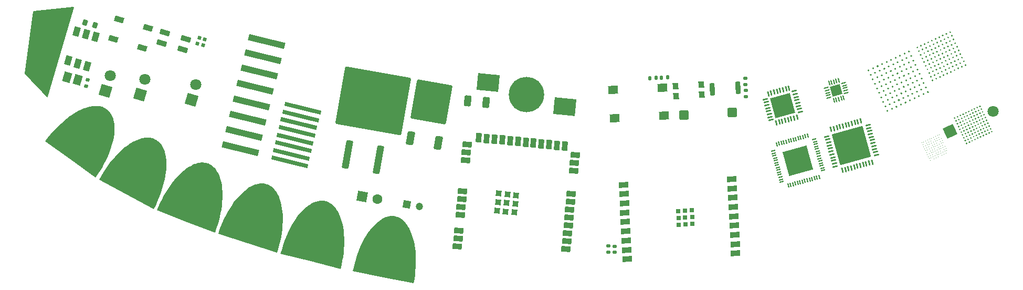
<source format=gbr>
%TF.GenerationSoftware,KiCad,Pcbnew,7.0.6*%
%TF.CreationDate,2023-10-29T15:43:57+01:00*%
%TF.ProjectId,nana,6e616e61-2e6b-4696-9361-645f70636258,rev?*%
%TF.SameCoordinates,Original*%
%TF.FileFunction,Soldermask,Bot*%
%TF.FilePolarity,Negative*%
%FSLAX46Y46*%
G04 Gerber Fmt 4.6, Leading zero omitted, Abs format (unit mm)*
G04 Created by KiCad (PCBNEW 7.0.6) date 2023-10-29 15:43:57*
%MOMM*%
%LPD*%
G01*
G04 APERTURE LIST*
G04 Aperture macros list*
%AMRoundRect*
0 Rectangle with rounded corners*
0 $1 Rounding radius*
0 $2 $3 $4 $5 $6 $7 $8 $9 X,Y pos of 4 corners*
0 Add a 4 corners polygon primitive as box body*
4,1,4,$2,$3,$4,$5,$6,$7,$8,$9,$2,$3,0*
0 Add four circle primitives for the rounded corners*
1,1,$1+$1,$2,$3*
1,1,$1+$1,$4,$5*
1,1,$1+$1,$6,$7*
1,1,$1+$1,$8,$9*
0 Add four rect primitives between the rounded corners*
20,1,$1+$1,$2,$3,$4,$5,0*
20,1,$1+$1,$4,$5,$6,$7,0*
20,1,$1+$1,$6,$7,$8,$9,0*
20,1,$1+$1,$8,$9,$2,$3,0*%
%AMHorizOval*
0 Thick line with rounded ends*
0 $1 width*
0 $2 $3 position (X,Y) of the first rounded end (center of the circle)*
0 $4 $5 position (X,Y) of the second rounded end (center of the circle)*
0 Add line between two ends*
20,1,$1,$2,$3,$4,$5,0*
0 Add two circle primitives to create the rounded ends*
1,1,$1,$2,$3*
1,1,$1,$4,$5*%
%AMRotRect*
0 Rectangle, with rotation*
0 The origin of the aperture is its center*
0 $1 length*
0 $2 width*
0 $3 Rotation angle, in degrees counterclockwise*
0 Add horizontal line*
21,1,$1,$2,0,0,$3*%
G04 Aperture macros list end*
%ADD10C,0.140000*%
%ADD11C,0.175003*%
%ADD12C,0.140001*%
%ADD13C,0.175000*%
%ADD14C,0.000000*%
%ADD15C,0.175001*%
%ADD16C,0.174998*%
%ADD17C,0.150331*%
%ADD18C,0.099998*%
%ADD19C,0.100000*%
%ADD20C,0.139999*%
%ADD21C,0.150332*%
%ADD22C,0.099999*%
%ADD23C,0.100002*%
%ADD24C,0.139997*%
%ADD25C,0.140002*%
%ADD26C,0.100001*%
%ADD27C,0.150334*%
%ADD28C,0.150333*%
%ADD29C,0.150336*%
%ADD30C,0.100005*%
%ADD31C,0.099997*%
%ADD32C,0.174999*%
%ADD33C,0.139998*%
%ADD34C,0.175002*%
%ADD35C,0.140003*%
%ADD36C,0.100003*%
%ADD37C,0.150337*%
%ADD38C,0.150330*%
%ADD39C,0.150328*%
%ADD40C,0.150335*%
%ADD41C,0.099996*%
%ADD42C,0.174996*%
%ADD43C,0.140004*%
%ADD44C,0.175004*%
%ADD45C,0.200000*%
%ADD46C,0.139996*%
%ADD47C,0.150329*%
%ADD48C,0.174995*%
%ADD49C,0.100007*%
%ADD50C,0.100008*%
%ADD51C,0.175005*%
%ADD52C,0.174997*%
%ADD53C,0.139995*%
%ADD54RotRect,1.800000X1.800000X73.500000*%
%ADD55C,1.800000*%
%ADD56RotRect,1.800000X1.800000X25.000000*%
%ADD57HorizOval,1.800000X0.000000X0.000000X0.000000X0.000000X0*%
%ADD58C,1.600000*%
%ADD59RotRect,1.600000X1.600000X170.000000*%
%ADD60C,1.200000*%
%ADD61RotRect,1.200000X1.200000X170.000000*%
%ADD62RoundRect,0.135000X0.185000X-0.135000X0.185000X0.135000X-0.185000X0.135000X-0.185000X-0.135000X0*%
%ADD63RotRect,6.000000X0.650000X166.200000*%
%ADD64RotRect,6.000000X0.670000X166.200000*%
%ADD65RotRect,6.000000X0.660000X166.200000*%
%ADD66RotRect,1.250000X1.600000X163.500000*%
%ADD67RoundRect,0.135000X-0.125133X-0.191812X0.144497X-0.177681X0.125133X0.191812X-0.144497X0.177681X0*%
%ADD68RoundRect,0.062500X0.344659X0.160441X-0.378064X-0.039987X-0.344659X-0.160441X0.378064X0.039987X0*%
%ADD69RoundRect,0.062500X-0.039987X0.378064X-0.160441X0.344659X0.039987X-0.378064X0.160441X-0.344659X0*%
%ADD70RotRect,3.300000X3.300000X195.500000*%
%ADD71RotRect,6.000000X1.000000X166.200000*%
%ADD72RotRect,1.550000X1.300000X3.000000*%
%ADD73RoundRect,0.200000X-0.269868X-0.206872X0.113660X-0.320478X0.269868X0.206872X-0.113660X0.320478X0*%
%ADD74RoundRect,0.200000X-0.157857X-0.809371X0.241595X-0.788436X0.157857X0.809371X-0.241595X0.788436X0*%
%ADD75RoundRect,0.135000X0.139040X-0.181984X0.215724X0.076898X-0.139040X0.181984X-0.215724X-0.076898X0*%
%ADD76RoundRect,0.135000X0.191812X-0.125133X0.177681X0.144497X-0.191812X0.125133X-0.177681X-0.144497X0*%
%ADD77RoundRect,0.250000X-0.060536X-2.070950X0.651421X1.966761X0.060536X2.070950X-0.651421X-1.966761X0*%
%ADD78RoundRect,0.250002X4.299024X-5.276680X5.844492X3.488105X-4.299024X5.276680X-5.844492X-3.488105X0*%
%ADD79RotRect,1.500000X1.500000X183.000000*%
%ADD80RoundRect,0.250000X0.197082X-0.897863X0.492284X0.776310X-0.197082X0.897863X-0.492284X-0.776310X0*%
%ADD81RoundRect,0.249997X2.097481X-3.365354X3.122006X2.445018X-2.097481X3.365354X-3.122006X-2.445018X0*%
%ADD82RoundRect,0.050000X0.348000X0.148396X-0.374723X-0.052033X-0.348000X-0.148396X0.374723X0.052033X0*%
%ADD83RoundRect,0.050000X-0.052033X0.374723X-0.148396X0.348000X0.052033X-0.374723X0.148396X-0.348000X0*%
%ADD84RotRect,1.650000X1.650000X195.500000*%
%ADD85RoundRect,0.140000X-0.170000X0.140000X-0.170000X-0.140000X0.170000X-0.140000X0.170000X0.140000X0*%
%ADD86RotRect,1.500000X1.000000X73.500000*%
%ADD87RotRect,0.550000X0.550000X73.500000*%
%ADD88RotRect,3.500000X2.700000X354.500000*%
%ADD89C,5.700000*%
%ADD90RotRect,1.500000X0.900000X3.000000*%
%ADD91RotRect,1.500000X0.900000X183.000000*%
%ADD92RotRect,0.700000X0.700000X183.000000*%
%ADD93RotRect,0.900000X1.000000X183.000000*%
%ADD94RoundRect,0.250000X-0.370965X-0.592171X0.251158X-0.652074X0.370965X0.592171X-0.251158X0.652074X0*%
%ADD95RotRect,1.500000X0.900000X354.500000*%
%ADD96RotRect,1.500000X0.900000X264.500000*%
%ADD97RotRect,1.500000X0.900000X174.500000*%
%ADD98RotRect,0.900000X0.900000X174.500000*%
%ADD99RotRect,1.600000X0.850000X343.500000*%
%ADD100RoundRect,0.050000X0.323909X0.141715X-0.350633X-0.045352X-0.323909X-0.141715X0.350633X0.045352X0*%
%ADD101RoundRect,0.050000X-0.045352X0.350633X-0.141715X0.323909X0.045352X-0.350633X0.141715X-0.323909X0*%
%ADD102RotRect,4.000000X4.000000X195.500000*%
%ADD103RotRect,5.150000X5.150000X195.500000*%
%ADD104RotRect,1.500000X0.900000X343.500000*%
G04 APERTURE END LIST*
D10*
X220764487Y-102253294D02*
G75*
G03*
X220764487Y-102253294I-70000J0D01*
G01*
D11*
X202903876Y-93112486D02*
G75*
G03*
X202903876Y-93112486I-87501J0D01*
G01*
D12*
X219012944Y-100863295D02*
G75*
G03*
X219012944Y-100863295I-70000J0D01*
G01*
D13*
X208944626Y-94709150D02*
G75*
G03*
X208944626Y-94709150I-87500J0D01*
G01*
D14*
G36*
X86675267Y-103948684D02*
G01*
X86847661Y-103963290D01*
X87015835Y-103987522D01*
X87179691Y-104021285D01*
X87339075Y-104064547D01*
X87493916Y-104117236D01*
X87644065Y-104179303D01*
X87789418Y-104250655D01*
X87929848Y-104331253D01*
X88065264Y-104421036D01*
X88195529Y-104519918D01*
X88320517Y-104627881D01*
X88440142Y-104744824D01*
X88554265Y-104870707D01*
X88662788Y-105005450D01*
X88765571Y-105149007D01*
X88862531Y-105301325D01*
X88953509Y-105462322D01*
X89038424Y-105631938D01*
X89117157Y-105810125D01*
X89189559Y-105996795D01*
X89255565Y-106191933D01*
X89315019Y-106395428D01*
X89367815Y-106607241D01*
X89452257Y-107051250D01*
X89508147Y-107518218D01*
X89535848Y-108006279D01*
X89535758Y-108513610D01*
X89508260Y-109038324D01*
X89453771Y-109578566D01*
X89372668Y-110132506D01*
X89265330Y-110698259D01*
X89132156Y-111273999D01*
X88973548Y-111857831D01*
X88789877Y-112447944D01*
X88581536Y-113042466D01*
X88348948Y-113639529D01*
X88092464Y-114237294D01*
X87812500Y-114833909D01*
X87509436Y-115427499D01*
X83094706Y-113080110D01*
X78679974Y-110732750D01*
X79002607Y-110149576D01*
X79340652Y-109583851D01*
X79692792Y-109036963D01*
X80057717Y-108510246D01*
X80434101Y-108005095D01*
X80820619Y-107522837D01*
X81215939Y-107064859D01*
X81618784Y-106632518D01*
X82027788Y-106227167D01*
X82441661Y-105850171D01*
X82859073Y-105502889D01*
X83278715Y-105186693D01*
X83699251Y-104902926D01*
X84119357Y-104652967D01*
X84537742Y-104438169D01*
X84953059Y-104259909D01*
X85158198Y-104185226D01*
X85360147Y-104120722D01*
X85558824Y-104066333D01*
X85754086Y-104021982D01*
X85945832Y-103987596D01*
X86133928Y-103963140D01*
X86318279Y-103948538D01*
X86498763Y-103943754D01*
X86675267Y-103948684D01*
G37*
D15*
X208895769Y-96497338D02*
G75*
G03*
X208895769Y-96497338I-87500J0D01*
G01*
D16*
X204305110Y-94224482D02*
G75*
G03*
X204305110Y-94224482I-87499J0D01*
G01*
D17*
X216194067Y-91896688D02*
G75*
G03*
X216194067Y-91896688I-75165J0D01*
G01*
D18*
X211867092Y-105741899D02*
G75*
G03*
X211867092Y-105741899I-49999J0D01*
G01*
D19*
X212374967Y-104346524D02*
G75*
G03*
X212374967Y-104346524I-50000J0D01*
G01*
D15*
X207156439Y-94660292D02*
G75*
G03*
X207156439Y-94660292I-87500J0D01*
G01*
D20*
X220492106Y-104035375D02*
G75*
G03*
X220492106Y-104035375I-69999J0D01*
G01*
D21*
X214701469Y-93309891D02*
G75*
G03*
X214701469Y-93309891I-75166J0D01*
G01*
D22*
X212628048Y-106545603D02*
G75*
G03*
X212628048Y-106545603I-49999J0D01*
G01*
D13*
X207058726Y-98236667D02*
G75*
G03*
X207058726Y-98236667I-87500J0D01*
G01*
D23*
X214087547Y-104706483D02*
G75*
G03*
X214087547Y-104706483I-50001J0D01*
G01*
D24*
X220100021Y-102011449D02*
G75*
G03*
X220100021Y-102011449I-69998J0D01*
G01*
D23*
X212162927Y-106376310D02*
G75*
G03*
X212162927Y-106376310I-50001J0D01*
G01*
D15*
X204932442Y-97462763D02*
G75*
G03*
X204932442Y-97462763I-87500J0D01*
G01*
D20*
X217834253Y-103067992D02*
G75*
G03*
X217834253Y-103067992I-69999J0D01*
G01*
D10*
X217200327Y-101708532D02*
G75*
G03*
X217200327Y-101708532I-70000J0D01*
G01*
D25*
X218348482Y-100621449D02*
G75*
G03*
X218348482Y-100621449I-70001J0D01*
G01*
D26*
X213135923Y-105150230D02*
G75*
G03*
X213135923Y-105150230I-50000J0D01*
G01*
D27*
X215409657Y-88676488D02*
G75*
G03*
X215409657Y-88676488I-75167J0D01*
G01*
D28*
X211325653Y-89146497D02*
G75*
G03*
X211325653Y-89146497I-75166J0D01*
G01*
D15*
X210683956Y-96546194D02*
G75*
G03*
X210683956Y-96546194I-87500J0D01*
G01*
D29*
X216862559Y-88716178D02*
G75*
G03*
X216862559Y-88716178I-75168J0D01*
G01*
D30*
X213157300Y-104367900D02*
G75*
G03*
X213157300Y-104367900I-50002J0D01*
G01*
D24*
X216989016Y-101255379D02*
G75*
G03*
X216989016Y-101255379I-69998J0D01*
G01*
D19*
X212036383Y-105276771D02*
G75*
G03*
X212036383Y-105276771I-50000J0D01*
G01*
D31*
X213643797Y-103754859D02*
G75*
G03*
X213643797Y-103754859I-49998J0D01*
G01*
D32*
X210443576Y-92244773D02*
G75*
G03*
X210443576Y-92244773I-87499J0D01*
G01*
D13*
X205995583Y-97849715D02*
G75*
G03*
X205995583Y-97849715I-87500J0D01*
G01*
D22*
X212966630Y-105615356D02*
G75*
G03*
X212966630Y-105615356I-49999J0D01*
G01*
D33*
X218468180Y-104427455D02*
G75*
G03*
X218468180Y-104427455I-69999J0D01*
G01*
D26*
X214827127Y-106292522D02*
G75*
G03*
X214827127Y-106292522I-50000J0D01*
G01*
D17*
X213053253Y-89775289D02*
G75*
G03*
X213053253Y-89775289I-75165J0D01*
G01*
D21*
X216743469Y-93074885D02*
G75*
G03*
X216743469Y-93074885I-75166J0D01*
G01*
D13*
X204256254Y-96012672D02*
G75*
G03*
X204256254Y-96012672I-87500J0D01*
G01*
D11*
X209620815Y-96159242D02*
G75*
G03*
X209620815Y-96159242I-87501J0D01*
G01*
D18*
X213389009Y-107349314D02*
G75*
G03*
X213389009Y-107349314I-49999J0D01*
G01*
D34*
X205755204Y-93548295D02*
G75*
G03*
X205755204Y-93548295I-87501J0D01*
G01*
D35*
X221912641Y-101166210D02*
G75*
G03*
X221912641Y-101166210I-70001J0D01*
G01*
D20*
X218498715Y-103309837D02*
G75*
G03*
X218498715Y-103309837I-69999J0D01*
G01*
D13*
X209767387Y-90794683D02*
G75*
G03*
X209767387Y-90794683I-87500J0D01*
G01*
D17*
X217411961Y-89894380D02*
G75*
G03*
X217411961Y-89894380I-75165J0D01*
G01*
D22*
X213410379Y-106566978D02*
G75*
G03*
X213410379Y-106566978I-49999J0D01*
G01*
D36*
X211888468Y-104959567D02*
G75*
G03*
X211888468Y-104959567I-50001J0D01*
G01*
D37*
X211835359Y-91777597D02*
G75*
G03*
X211835359Y-91777597I-75168J0D01*
G01*
D26*
X213601046Y-105319523D02*
G75*
G03*
X213601046Y-105319523I-50000J0D01*
G01*
D13*
X203628925Y-92774392D02*
G75*
G03*
X203628925Y-92774392I-87500J0D01*
G01*
D12*
X218287409Y-102856681D02*
G75*
G03*
X218287409Y-102856681I-70000J0D01*
G01*
D28*
X218236066Y-91661679D02*
G75*
G03*
X218236066Y-91661679I-75166J0D01*
G01*
D22*
X213579671Y-106101853D02*
G75*
G03*
X213579671Y-106101853I-49999J0D01*
G01*
D17*
X214271153Y-87772985D02*
G75*
G03*
X214271153Y-87772985I-75165J0D01*
G01*
D36*
X213706214Y-107201395D02*
G75*
G03*
X213706214Y-107201395I-50001J0D01*
G01*
D27*
X212934168Y-94133998D02*
G75*
G03*
X212934168Y-94133998I-75167J0D01*
G01*
D16*
X210732812Y-94758005D02*
G75*
G03*
X210732812Y-94758005I-87499J0D01*
G01*
D38*
X214860253Y-87498284D02*
G75*
G03*
X214860253Y-87498284I-75165J0D01*
G01*
D17*
X213877362Y-91542592D02*
G75*
G03*
X213877362Y-91542592I-75165J0D01*
G01*
D15*
X204643205Y-94949533D02*
G75*
G03*
X204643205Y-94949533I-87500J0D01*
G01*
D18*
X214679211Y-105975312D02*
G75*
G03*
X214679211Y-105975312I-49999J0D01*
G01*
D27*
X215724054Y-87812683D02*
G75*
G03*
X215724054Y-87812683I-75167J0D01*
G01*
D19*
X212988005Y-104833022D02*
G75*
G03*
X212988005Y-104833022I-50000J0D01*
G01*
D20*
X219616333Y-103340377D02*
G75*
G03*
X219616333Y-103340377I-69999J0D01*
G01*
D13*
X211119766Y-93694866D02*
G75*
G03*
X211119766Y-93694866I-87500J0D01*
G01*
D27*
X213327958Y-90364391D02*
G75*
G03*
X213327958Y-90364391I-75167J0D01*
G01*
D35*
X218921339Y-104216144D02*
G75*
G03*
X218921339Y-104216144I-70001J0D01*
G01*
D19*
X214531295Y-105658106D02*
G75*
G03*
X214531295Y-105658106I-50000J0D01*
G01*
D39*
X213917057Y-90089688D02*
G75*
G03*
X213917057Y-90089688I-75164J0D01*
G01*
D21*
X213602661Y-90953491D02*
G75*
G03*
X213602661Y-90953491I-75166J0D01*
G01*
D26*
X212649423Y-105763272D02*
G75*
G03*
X212649423Y-105763272I-50000J0D01*
G01*
D15*
X207205295Y-92872105D02*
G75*
G03*
X207205295Y-92872105I-87500J0D01*
G01*
D20*
X221670796Y-101830676D02*
G75*
G03*
X221670796Y-101830676I-69999J0D01*
G01*
D21*
X213956755Y-88636788D02*
G75*
G03*
X213956755Y-88636788I-75166J0D01*
G01*
D17*
X211560658Y-91188499D02*
G75*
G03*
X211560658Y-91188499I-75165J0D01*
G01*
D13*
X206818345Y-93935248D02*
G75*
G03*
X206818345Y-93935248I-87500J0D01*
G01*
D18*
X213241090Y-107032103D02*
G75*
G03*
X213241090Y-107032103I-49999J0D01*
G01*
D12*
X218710027Y-103762993D02*
G75*
G03*
X218710027Y-103762993I-70000J0D01*
G01*
D19*
X213791713Y-104072065D02*
G75*
G03*
X213791713Y-104072065I-50000J0D01*
G01*
D14*
G36*
X95496140Y-107965101D02*
G01*
X95662880Y-107978652D01*
X95826358Y-108002150D01*
X95986460Y-108035586D01*
X96143048Y-108078871D01*
X96296013Y-108131989D01*
X96445223Y-108194859D01*
X96590561Y-108267486D01*
X96731901Y-108349759D01*
X96869131Y-108441677D01*
X97002109Y-108543179D01*
X97130724Y-108654218D01*
X97254852Y-108774726D01*
X97374371Y-108904681D01*
X97489158Y-109044058D01*
X97599085Y-109192747D01*
X97704044Y-109350750D01*
X97803904Y-109518020D01*
X97898514Y-109694483D01*
X97987804Y-109880120D01*
X98071627Y-110074850D01*
X98149848Y-110278648D01*
X98287780Y-110709058D01*
X98400150Y-111165744D01*
X98487123Y-111646800D01*
X98548867Y-112150342D01*
X98585518Y-112674487D01*
X98597277Y-113217359D01*
X98584281Y-113777030D01*
X98546687Y-114351668D01*
X98484682Y-114939334D01*
X98398396Y-115538164D01*
X98288012Y-116146265D01*
X98153690Y-116761733D01*
X97995592Y-117382695D01*
X97813876Y-118007263D01*
X97608703Y-118633548D01*
X97380223Y-119259628D01*
X92712346Y-117467765D01*
X88044438Y-115675921D01*
X88293591Y-115057776D01*
X88560177Y-114455089D01*
X88843050Y-113869355D01*
X89141054Y-113302088D01*
X89453069Y-112754823D01*
X89777936Y-112229072D01*
X90114522Y-111726331D01*
X90461641Y-111248107D01*
X90818214Y-110795926D01*
X91183054Y-110371311D01*
X91555033Y-109975744D01*
X91932999Y-109610771D01*
X92315827Y-109277865D01*
X92702345Y-108978570D01*
X93091433Y-108714391D01*
X93481942Y-108486841D01*
X93676436Y-108387724D01*
X93869025Y-108299080D01*
X94059586Y-108220887D01*
X94247993Y-108153050D01*
X94434118Y-108095568D01*
X94617834Y-108048373D01*
X94799030Y-108011412D01*
X94977586Y-107984663D01*
X95153375Y-107968057D01*
X95326264Y-107961542D01*
X95496140Y-107965101D01*
G37*
D25*
X221067404Y-99353593D02*
G75*
G03*
X221067404Y-99353593I-70001J0D01*
G01*
D13*
X209331577Y-93646008D02*
G75*
G03*
X209331577Y-93646008I-87500J0D01*
G01*
D16*
X207979198Y-90745823D02*
G75*
G03*
X207979198Y-90745823I-87499J0D01*
G01*
D10*
X219132644Y-104669298D02*
G75*
G03*
X219132644Y-104669298I-70000J0D01*
G01*
D12*
X218679491Y-104880609D02*
G75*
G03*
X218679491Y-104880609I-70000J0D01*
G01*
D23*
X211719176Y-105424689D02*
G75*
G03*
X211719176Y-105424689I-50001J0D01*
G01*
D35*
X218529256Y-102192222D02*
G75*
G03*
X218529256Y-102192222I-70001J0D01*
G01*
D10*
X221459487Y-101377519D02*
G75*
G03*
X221459487Y-101377519I-70000J0D01*
G01*
D27*
X213288262Y-91817295D02*
G75*
G03*
X213288262Y-91817295I-75167J0D01*
G01*
D17*
X211914752Y-88871791D02*
G75*
G03*
X211914752Y-88871791I-75165J0D01*
G01*
D16*
X205946728Y-99637903D02*
G75*
G03*
X205946728Y-99637903I-87499J0D01*
G01*
D31*
X213961003Y-103606941D02*
G75*
G03*
X213961003Y-103606941I-49998J0D01*
G01*
D13*
X210781671Y-92969822D02*
G75*
G03*
X210781671Y-92969822I-87500J0D01*
G01*
D25*
X217895330Y-100832761D02*
G75*
G03*
X217895330Y-100832761I-70001J0D01*
G01*
D16*
X209380434Y-91857822D02*
G75*
G03*
X209380434Y-91857822I-87499J0D01*
G01*
D40*
X216783166Y-91621985D02*
G75*
G03*
X216783166Y-91621985I-75167J0D01*
G01*
D41*
X212480135Y-106228396D02*
G75*
G03*
X212480135Y-106228396I-49998J0D01*
G01*
D35*
X220825561Y-100018059D02*
G75*
G03*
X220825561Y-100018059I-70001J0D01*
G01*
D34*
X205030159Y-93886389D02*
G75*
G03*
X205030159Y-93886389I-87501J0D01*
G01*
D32*
X206867200Y-92147056D02*
G75*
G03*
X206867200Y-92147056I-87499J0D01*
G01*
D19*
X212501508Y-105446066D02*
G75*
G03*
X212501508Y-105446066I-50000J0D01*
G01*
D12*
X219677406Y-101105140D02*
G75*
G03*
X219677406Y-101105140I-70000J0D01*
G01*
D18*
X213093175Y-106714895D02*
G75*
G03*
X213093175Y-106714895I-49999J0D01*
G01*
D15*
X210345860Y-95821147D02*
G75*
G03*
X210345860Y-95821147I-87500J0D01*
G01*
D10*
X219254789Y-100198833D02*
G75*
G03*
X219254789Y-100198833I-70000J0D01*
G01*
D42*
X206529107Y-91422013D02*
G75*
G03*
X206529107Y-91422013I-87498J0D01*
G01*
D15*
X203967015Y-93499439D02*
G75*
G03*
X203967015Y-93499439I-87500J0D01*
G01*
D26*
X213896879Y-105953938D02*
G75*
G03*
X213896879Y-105953938I-50000J0D01*
G01*
D40*
X217137261Y-89305281D02*
G75*
G03*
X217137261Y-89305281I-75167J0D01*
G01*
D20*
X218045563Y-103521149D02*
G75*
G03*
X218045563Y-103521149I-69999J0D01*
G01*
D11*
X210105481Y-91519729D02*
G75*
G03*
X210105481Y-91519729I-87501J0D01*
G01*
D18*
X215461547Y-105996688D02*
G75*
G03*
X215461547Y-105996688I-49999J0D01*
G01*
D22*
X213622423Y-104537190D02*
G75*
G03*
X213622423Y-104537190I-49999J0D01*
G01*
D16*
X208993484Y-92920963D02*
G75*
G03*
X208993484Y-92920963I-87499J0D01*
G01*
X211022051Y-97271242D02*
G75*
G03*
X211022051Y-97271242I-87499J0D01*
G01*
D22*
X214657835Y-106757646D02*
G75*
G03*
X214657835Y-106757646I-49999J0D01*
G01*
D33*
X220553177Y-101800138D02*
G75*
G03*
X220553177Y-101800138I-69999J0D01*
G01*
D35*
X219435565Y-101769602D02*
G75*
G03*
X219435565Y-101769602I-70001J0D01*
G01*
D26*
X214869877Y-104727858D02*
G75*
G03*
X214869877Y-104727858I-50000J0D01*
G01*
D27*
X215604967Y-92171387D02*
G75*
G03*
X215604967Y-92171387I-75167J0D01*
G01*
D38*
X214112368Y-93584593D02*
G75*
G03*
X214112368Y-93584593I-75165J0D01*
G01*
D43*
X220583717Y-100682522D02*
G75*
G03*
X220583717Y-100682522I-70002J0D01*
G01*
D32*
X207783772Y-97898574D02*
G75*
G03*
X207783772Y-97898574I-87499J0D01*
G01*
D44*
X206480250Y-93210200D02*
G75*
G03*
X206480250Y-93210200I-87502J0D01*
G01*
D19*
X214383381Y-105340897D02*
G75*
G03*
X214383381Y-105340897I-50000J0D01*
G01*
D45*
X70334161Y-97338477D02*
X66732946Y-93609620D01*
X68132953Y-83609635D01*
X74534155Y-82927905D01*
X70334161Y-97338477D01*
G36*
X70334161Y-97338477D02*
G01*
X66732946Y-93609620D01*
X68132953Y-83609635D01*
X74534155Y-82927905D01*
X70334161Y-97338477D01*
G37*
D15*
X209282720Y-95434198D02*
G75*
G03*
X209282720Y-95434198I-87500J0D01*
G01*
X208557674Y-95772292D02*
G75*
G03*
X208557674Y-95772292I-87500J0D01*
G01*
D27*
X216468770Y-92485791D02*
G75*
G03*
X216468770Y-92485791I-75167J0D01*
G01*
D25*
X220975800Y-102706448D02*
G75*
G03*
X220975800Y-102706448I-70001J0D01*
G01*
D28*
X215134952Y-88087384D02*
G75*
G03*
X215134952Y-88087384I-75166J0D01*
G01*
D13*
X205608632Y-98912857D02*
G75*
G03*
X205608632Y-98912857I-87500J0D01*
G01*
D10*
X220522642Y-102917755D02*
G75*
G03*
X220522642Y-102917755I-70000J0D01*
G01*
D46*
X222304719Y-103190138D02*
G75*
G03*
X222304719Y-103190138I-69998J0D01*
G01*
D28*
X217686663Y-90483480D02*
G75*
G03*
X217686663Y-90483480I-75166J0D01*
G01*
D18*
X212205675Y-104811648D02*
G75*
G03*
X212205675Y-104811648I-49999J0D01*
G01*
D31*
X212797342Y-106080478D02*
G75*
G03*
X212797342Y-106080478I-49998J0D01*
G01*
D40*
X213562963Y-92406395D02*
G75*
G03*
X213562963Y-92406395I-75167J0D01*
G01*
D10*
X220311333Y-102464602D02*
G75*
G03*
X220311333Y-102464602I-70000J0D01*
G01*
D18*
X213770340Y-104854397D02*
G75*
G03*
X213770340Y-104854397I-49999J0D01*
G01*
D10*
X218801633Y-100410143D02*
G75*
G03*
X218801633Y-100410143I-70000J0D01*
G01*
D19*
X214108921Y-103924151D02*
G75*
G03*
X214108921Y-103924151I-50000J0D01*
G01*
D13*
X212472144Y-96595052D02*
G75*
G03*
X212472144Y-96595052I-87500J0D01*
G01*
D25*
X221882106Y-102283827D02*
G75*
G03*
X221882106Y-102283827I-70001J0D01*
G01*
D10*
X219043480Y-99745679D02*
G75*
G03*
X219043480Y-99745679I-70000J0D01*
G01*
D15*
X206142156Y-92485154D02*
G75*
G03*
X206142156Y-92485154I-87500J0D01*
G01*
D28*
X212503853Y-88597093D02*
G75*
G03*
X212503853Y-88597093I-75166J0D01*
G01*
D40*
X215290568Y-93035191D02*
G75*
G03*
X215290568Y-93035191I-75167J0D01*
G01*
D15*
X207494532Y-95385338D02*
G75*
G03*
X207494532Y-95385338I-87500J0D01*
G01*
D27*
X213367653Y-88911486D02*
G75*
G03*
X213367653Y-88911486I-75167J0D01*
G01*
D14*
G36*
X114744100Y-114112983D02*
G01*
X114907076Y-114126638D01*
X115067766Y-114150538D01*
X115226064Y-114184610D01*
X115381834Y-114228829D01*
X115534932Y-114283196D01*
X115685261Y-114347631D01*
X115832667Y-114422138D01*
X115977024Y-114506677D01*
X116118218Y-114601206D01*
X116256107Y-114705699D01*
X116390566Y-114820135D01*
X116521487Y-114944471D01*
X116648723Y-115078665D01*
X116772155Y-115222704D01*
X116891638Y-115376556D01*
X117007066Y-115540171D01*
X117118301Y-115713520D01*
X117225222Y-115896596D01*
X117327710Y-116089346D01*
X117517065Y-116499741D01*
X117684256Y-116939313D01*
X117829191Y-117406197D01*
X117951850Y-117898460D01*
X118052113Y-118414242D01*
X118129938Y-118951623D01*
X118185244Y-119508726D01*
X118217962Y-120083653D01*
X118228035Y-120674488D01*
X118215382Y-121279365D01*
X118179928Y-121896393D01*
X118121609Y-122523630D01*
X118040352Y-123159237D01*
X117936120Y-123801291D01*
X117808791Y-124447909D01*
X117658333Y-125097178D01*
X112806864Y-123887549D01*
X107955379Y-122677938D01*
X108127340Y-122034019D01*
X108318498Y-121403326D01*
X108527869Y-120787492D01*
X108754527Y-120188146D01*
X108997516Y-119606941D01*
X109255881Y-119045506D01*
X109528680Y-118505499D01*
X109814957Y-117988538D01*
X110113763Y-117496276D01*
X110424141Y-117030358D01*
X110745132Y-116592413D01*
X111075814Y-116184073D01*
X111415204Y-115807027D01*
X111762370Y-115462851D01*
X112116367Y-115153223D01*
X112476209Y-114879783D01*
X112657179Y-114757681D01*
X112837543Y-114646232D01*
X113017147Y-114545381D01*
X113195871Y-114455115D01*
X113373620Y-114375380D01*
X113550199Y-114306144D01*
X113725563Y-114247372D01*
X113899522Y-114199060D01*
X114071966Y-114161145D01*
X114242775Y-114133628D01*
X114411819Y-114116438D01*
X114578967Y-114109567D01*
X114744100Y-114112983D01*
G37*
D10*
X221428950Y-102495137D02*
G75*
G03*
X221428950Y-102495137I-70000J0D01*
G01*
D32*
X211409001Y-96208100D02*
G75*
G03*
X211409001Y-96208100I-87499J0D01*
G01*
D22*
X214214086Y-105806023D02*
G75*
G03*
X214214086Y-105806023I-49999J0D01*
G01*
D26*
X213305213Y-104685106D02*
G75*
G03*
X213305213Y-104685106I-50000J0D01*
G01*
D24*
X222757876Y-102978829D02*
G75*
G03*
X222757876Y-102978829I-69998J0D01*
G01*
D33*
X220372404Y-100229368D02*
G75*
G03*
X220372404Y-100229368I-69999J0D01*
G01*
D19*
X215017795Y-105045065D02*
G75*
G03*
X215017795Y-105045065I-50000J0D01*
G01*
D25*
X218076100Y-102403527D02*
G75*
G03*
X218076100Y-102403527I-70001J0D01*
G01*
D47*
X213248567Y-93270195D02*
G75*
G03*
X213248567Y-93270195I-75164J0D01*
G01*
D18*
X214278213Y-103459028D02*
G75*
G03*
X214278213Y-103459028I-49999J0D01*
G01*
D16*
X204594351Y-96737718D02*
G75*
G03*
X204594351Y-96737718I-87499J0D01*
G01*
D15*
X211795954Y-95144958D02*
G75*
G03*
X211795954Y-95144958I-87500J0D01*
G01*
D13*
X211457859Y-94419913D02*
G75*
G03*
X211457859Y-94419913I-87500J0D01*
G01*
D25*
X219858182Y-102675911D02*
G75*
G03*
X219858182Y-102675911I-70001J0D01*
G01*
D10*
X218256873Y-103974301D02*
G75*
G03*
X218256873Y-103974301I-70000J0D01*
G01*
D40*
X210736551Y-89421200D02*
G75*
G03*
X210736551Y-89421200I-75167J0D01*
G01*
D12*
X220280798Y-103582217D02*
G75*
G03*
X220280798Y-103582217I-70000J0D01*
G01*
D26*
X212057759Y-104494442D02*
G75*
G03*
X212057759Y-104494442I-50000J0D01*
G01*
D20*
X220341869Y-101346985D02*
G75*
G03*
X220341869Y-101346985I-69999J0D01*
G01*
D10*
X220130559Y-100893831D02*
G75*
G03*
X220130559Y-100893831I-70000J0D01*
G01*
D36*
X213939632Y-104389274D02*
G75*
G03*
X213939632Y-104389274I-50001J0D01*
G01*
X212945257Y-106397689D02*
G75*
G03*
X212945257Y-106397689I-50001J0D01*
G01*
D13*
X206720630Y-97511624D02*
G75*
G03*
X206720630Y-97511624I-87500J0D01*
G01*
D15*
X205270538Y-98187812D02*
G75*
G03*
X205270538Y-98187812I-87500J0D01*
G01*
D19*
X214975047Y-106609728D02*
G75*
G03*
X214975047Y-106609728I-50000J0D01*
G01*
D12*
X221036867Y-100471213D02*
G75*
G03*
X221036867Y-100471213I-70000J0D01*
G01*
D21*
X214152063Y-92131689D02*
G75*
G03*
X214152063Y-92131689I-75166J0D01*
G01*
D12*
X221640259Y-102948291D02*
G75*
G03*
X221640259Y-102948291I-70000J0D01*
G01*
D46*
X219888712Y-101558297D02*
G75*
G03*
X219888712Y-101558297I-69998J0D01*
G01*
D19*
X214848503Y-105510189D02*
G75*
G03*
X214848503Y-105510189I-50000J0D01*
G01*
D29*
X215644661Y-90718487D02*
G75*
G03*
X215644661Y-90718487I-75168J0D01*
G01*
D39*
X217961368Y-91072580D02*
G75*
G03*
X217961368Y-91072580I-75164J0D01*
G01*
D14*
G36*
X126113402Y-116580721D02*
G01*
X126275139Y-116596157D01*
X126435003Y-116621908D01*
X126592878Y-116657915D01*
X126748614Y-116704188D01*
X126902082Y-116760673D01*
X127053186Y-116827352D01*
X127201780Y-116904224D01*
X127347726Y-116991237D01*
X127490889Y-117088371D01*
X127631169Y-117195615D01*
X127768415Y-117312919D01*
X127902493Y-117440285D01*
X128033288Y-117577653D01*
X128160661Y-117725034D01*
X128284492Y-117882390D01*
X128404645Y-118049688D01*
X128521008Y-118226909D01*
X128633442Y-118414035D01*
X128844012Y-118813956D01*
X129033977Y-119244193D01*
X129203170Y-119702830D01*
X129351405Y-120187993D01*
X129478523Y-120697831D01*
X129584371Y-121230404D01*
X129668753Y-121783846D01*
X129731519Y-122356263D01*
X129772499Y-122945777D01*
X129791527Y-123550488D01*
X129788406Y-124168511D01*
X129763012Y-124797964D01*
X129715119Y-125436934D01*
X129644619Y-126083560D01*
X129551320Y-126735964D01*
X129435039Y-127392214D01*
X124526917Y-126438156D01*
X119618786Y-125484103D01*
X119756804Y-124832083D01*
X119914686Y-124192251D01*
X120091553Y-123566284D01*
X120286520Y-122955915D01*
X120498765Y-122362777D01*
X120727405Y-121788596D01*
X120971556Y-121235049D01*
X121230388Y-120703809D01*
X121503012Y-120196596D01*
X121788576Y-119715066D01*
X122086215Y-119260920D01*
X122395063Y-118835843D01*
X122714264Y-118441535D01*
X123042944Y-118079669D01*
X123380244Y-117751937D01*
X123725286Y-117460040D01*
X123899622Y-117328650D01*
X124073897Y-117207897D01*
X124247980Y-117097799D01*
X124421740Y-116998278D01*
X124595057Y-116909349D01*
X124767791Y-116830961D01*
X124939819Y-116763110D01*
X125111017Y-116705746D01*
X125281251Y-116658864D01*
X125450384Y-116622447D01*
X125618301Y-116596433D01*
X125784863Y-116580829D01*
X125949937Y-116575600D01*
X126113402Y-116580721D01*
G37*
D21*
X211875055Y-90324694D02*
G75*
G03*
X211875055Y-90324694I-75166J0D01*
G01*
D44*
X208121866Y-98623619D02*
G75*
G03*
X208121866Y-98623619I-87502J0D01*
G01*
D25*
X219466100Y-100651987D02*
G75*
G03*
X219466100Y-100651987I-70001J0D01*
G01*
D26*
X212310841Y-106693519D02*
G75*
G03*
X212310841Y-106693519I-50000J0D01*
G01*
D19*
X214340629Y-106905560D02*
G75*
G03*
X214340629Y-106905560I-50000J0D01*
G01*
D39*
X215684358Y-89265581D02*
G75*
G03*
X215684358Y-89265581I-75164J0D01*
G01*
D31*
X212353592Y-105128856D02*
G75*
G03*
X212353592Y-105128856I-49998J0D01*
G01*
D42*
X206333680Y-98574763D02*
G75*
G03*
X206333680Y-98574763I-87498J0D01*
G01*
D47*
X212738856Y-90639091D02*
G75*
G03*
X212738856Y-90639091I-75164J0D01*
G01*
D32*
X207445676Y-97173528D02*
G75*
G03*
X207445676Y-97173528I-87499J0D01*
G01*
D13*
X205706347Y-95336483D02*
G75*
G03*
X205706347Y-95336483I-87500J0D01*
G01*
D34*
X209042341Y-91132776D02*
G75*
G03*
X209042341Y-91132776I-87501J0D01*
G01*
D21*
X214741163Y-91856990D02*
G75*
G03*
X214741163Y-91856990I-75166J0D01*
G01*
D23*
X214574045Y-104093442D02*
G75*
G03*
X214574045Y-104093442I-50001J0D01*
G01*
D13*
X208268438Y-93259058D02*
G75*
G03*
X208268438Y-93259058I-87500J0D01*
G01*
D26*
X215313628Y-105679479D02*
G75*
G03*
X215313628Y-105679479I-50000J0D01*
G01*
D24*
X218740560Y-102645376D02*
G75*
G03*
X218740560Y-102645376I-69998J0D01*
G01*
D48*
X206382537Y-96786576D02*
G75*
G03*
X206382537Y-96786576I-87497J0D01*
G01*
D14*
G36*
X105106876Y-111329032D02*
G01*
X105271372Y-111343962D01*
X105432992Y-111368971D01*
X105591636Y-111403987D01*
X105747162Y-111449019D01*
X105899464Y-111504015D01*
X106048402Y-111568918D01*
X106193864Y-111643689D01*
X106335703Y-111728294D01*
X106473815Y-111822687D01*
X106608075Y-111926855D01*
X106738332Y-112040705D01*
X106864495Y-112164241D01*
X106986425Y-112297389D01*
X107103981Y-112440158D01*
X107217058Y-112592451D01*
X107325531Y-112754251D01*
X107429274Y-112925516D01*
X107528145Y-113106221D01*
X107622034Y-113296294D01*
X107710820Y-113495729D01*
X107871078Y-113918334D01*
X108007196Y-114368496D01*
X108119237Y-114844349D01*
X108207247Y-115343974D01*
X108271279Y-115865498D01*
X108311434Y-116406992D01*
X108327751Y-116966592D01*
X108320285Y-117542407D01*
X108289108Y-118132524D01*
X108234285Y-118735032D01*
X108155882Y-119348071D01*
X108053955Y-119969735D01*
X107928563Y-120598105D01*
X107779787Y-121231333D01*
X107607664Y-121867494D01*
X107412275Y-122504688D01*
X102657006Y-120959587D01*
X97901713Y-119414494D01*
X98118188Y-118784150D01*
X98352863Y-118168322D01*
X98604691Y-117568586D01*
X98872606Y-116986528D01*
X99155547Y-116423663D01*
X99452444Y-115881632D01*
X99762247Y-115361963D01*
X100083889Y-114866233D01*
X100416288Y-114396018D01*
X100758415Y-113952878D01*
X101109181Y-113538406D01*
X101467539Y-113154128D01*
X101832408Y-112801652D01*
X102202740Y-112482539D01*
X102577465Y-112198358D01*
X102955510Y-111950676D01*
X103144559Y-111841523D01*
X103332251Y-111742918D01*
X103518453Y-111654854D01*
X103703054Y-111577258D01*
X103885919Y-111510112D01*
X104066920Y-111453360D01*
X104245926Y-111406965D01*
X104422832Y-111370903D01*
X104597517Y-111345122D01*
X104769830Y-111329564D01*
X104939664Y-111324215D01*
X105106876Y-111329032D01*
G37*
D26*
X213326587Y-103902774D02*
G75*
G03*
X213326587Y-103902774I-50000J0D01*
G01*
D21*
X213523267Y-93859293D02*
G75*
G03*
X213523267Y-93859293I-75166J0D01*
G01*
D18*
X215144335Y-106144605D02*
G75*
G03*
X215144335Y-106144605I-49999J0D01*
G01*
D13*
X206769487Y-95723436D02*
G75*
G03*
X206769487Y-95723436I-87500J0D01*
G01*
D24*
X221851566Y-103401447D02*
G75*
G03*
X221851566Y-103401447I-69998J0D01*
G01*
D13*
X204353968Y-92436297D02*
G75*
G03*
X204353968Y-92436297I-87500J0D01*
G01*
D22*
X215609460Y-106313893D02*
G75*
G03*
X215609460Y-106313893I-49999J0D01*
G01*
D33*
X221217641Y-102041985D02*
G75*
G03*
X221217641Y-102041985I-69999J0D01*
G01*
D28*
X215330264Y-91582287D02*
G75*
G03*
X215330264Y-91582287I-75166J0D01*
G01*
D18*
X213918255Y-105171605D02*
G75*
G03*
X213918255Y-105171605I-49999J0D01*
G01*
D10*
X221187106Y-103159603D02*
G75*
G03*
X221187106Y-103159603I-70000J0D01*
G01*
D22*
X212692173Y-104198605D02*
G75*
G03*
X212692173Y-104198605I-49999J0D01*
G01*
D30*
X214552669Y-104875773D02*
G75*
G03*
X214552669Y-104875773I-50002J0D01*
G01*
D15*
X208846911Y-98285523D02*
G75*
G03*
X208846911Y-98285523I-87500J0D01*
G01*
D21*
X212973864Y-92681097D02*
G75*
G03*
X212973864Y-92681097I-75166J0D01*
G01*
D25*
X220614251Y-99564903D02*
G75*
G03*
X220614251Y-99564903I-70001J0D01*
G01*
D33*
X219193713Y-102434065D02*
G75*
G03*
X219193713Y-102434065I-69999J0D01*
G01*
D22*
X215165709Y-105362271D02*
G75*
G03*
X215165709Y-105362271I-49999J0D01*
G01*
D28*
X214466460Y-91267890D02*
G75*
G03*
X214466460Y-91267890I-75166J0D01*
G01*
X215095256Y-89540287D02*
G75*
G03*
X215095256Y-89540287I-75166J0D01*
G01*
D13*
X209958912Y-96884292D02*
G75*
G03*
X209958912Y-96884292I-87500J0D01*
G01*
D24*
X219646867Y-102222758D02*
G75*
G03*
X219646867Y-102222758I-69998J0D01*
G01*
D33*
X220795019Y-101135676D02*
G75*
G03*
X220795019Y-101135676I-69999J0D01*
G01*
D21*
X213642354Y-89500589D02*
G75*
G03*
X213642354Y-89500589I-75166J0D01*
G01*
D23*
X212015007Y-106059103D02*
G75*
G03*
X212015007Y-106059103I-50001J0D01*
G01*
D13*
X207543390Y-93597153D02*
G75*
G03*
X207543390Y-93597153I-87500J0D01*
G01*
D16*
X209669671Y-94371054D02*
G75*
G03*
X209669671Y-94371054I-87499J0D01*
G01*
D22*
X213727589Y-106419062D02*
G75*
G03*
X213727589Y-106419062I-49999J0D01*
G01*
D31*
X213114548Y-105932564D02*
G75*
G03*
X213114548Y-105932564I-49998J0D01*
G01*
D23*
X214235463Y-105023693D02*
G75*
G03*
X214235463Y-105023693I-50001J0D01*
G01*
D36*
X212332217Y-105911189D02*
G75*
G03*
X212332217Y-105911189I-50001J0D01*
G01*
D27*
X216822860Y-90169083D02*
G75*
G03*
X216822860Y-90169083I-75167J0D01*
G01*
D26*
X212606674Y-107327934D02*
G75*
G03*
X212606674Y-107327934I-50000J0D01*
G01*
D16*
X210007767Y-95096102D02*
G75*
G03*
X210007767Y-95096102I-87499J0D01*
G01*
D26*
X212522882Y-104663732D02*
G75*
G03*
X212522882Y-104663732I-50000J0D01*
G01*
D27*
X211285956Y-90599399D02*
G75*
G03*
X211285956Y-90599399I-75167J0D01*
G01*
D13*
X205804060Y-91760107D02*
G75*
G03*
X205804060Y-91760107I-87500J0D01*
G01*
D34*
X207254152Y-91083919D02*
G75*
G03*
X207254152Y-91083919I-87501J0D01*
G01*
D24*
X219827640Y-103793528D02*
G75*
G03*
X219827640Y-103793528I-69998J0D01*
G01*
D18*
X213431754Y-105784645D02*
G75*
G03*
X213431754Y-105784645I-49999J0D01*
G01*
D21*
X213797968Y-94448392D02*
G75*
G03*
X213797968Y-94448392I-75166J0D01*
G01*
D49*
X214023422Y-107053480D02*
G75*
G03*
X214023422Y-107053480I-50003J0D01*
G01*
D40*
X212464155Y-90049994D02*
G75*
G03*
X212464155Y-90049994I-75167J0D01*
G01*
D32*
X203918158Y-95287624D02*
G75*
G03*
X203918158Y-95287624I-87499J0D01*
G01*
D12*
X222335258Y-102072519D02*
G75*
G03*
X222335258Y-102072519I-70000J0D01*
G01*
D34*
X207107582Y-96448482D02*
G75*
G03*
X207107582Y-96448482I-87501J0D01*
G01*
D26*
X213558297Y-106884186D02*
G75*
G03*
X213558297Y-106884186I-50000J0D01*
G01*
D13*
X205657489Y-97124668D02*
G75*
G03*
X205657489Y-97124668I-87500J0D01*
G01*
D26*
X214996419Y-105827398D02*
G75*
G03*
X214996419Y-105827398I-50000J0D01*
G01*
D28*
X217332569Y-92800184D02*
G75*
G03*
X217332569Y-92800184I-75166J0D01*
G01*
D13*
X207930341Y-92534012D02*
G75*
G03*
X207930341Y-92534012I-87500J0D01*
G01*
D15*
X205079014Y-92098203D02*
G75*
G03*
X205079014Y-92098203I-87500J0D01*
G01*
D32*
X204981300Y-95674579D02*
G75*
G03*
X204981300Y-95674579I-87499J0D01*
G01*
D21*
X212659464Y-93544897D02*
G75*
G03*
X212659464Y-93544897I-75166J0D01*
G01*
D25*
X221398417Y-103612757D02*
G75*
G03*
X221398417Y-103612757I-70001J0D01*
G01*
D40*
X216508465Y-91032885D02*
G75*
G03*
X216508465Y-91032885I-75167J0D01*
G01*
D37*
X214780860Y-90404086D02*
G75*
G03*
X214780860Y-90404086I-75168J0D01*
G01*
D12*
X221490020Y-100259901D02*
G75*
G03*
X221490020Y-100259901I-70000J0D01*
G01*
D21*
X214231454Y-89225886D02*
G75*
G03*
X214231454Y-89225886I-75166J0D01*
G01*
D27*
X214545856Y-88362088D02*
G75*
G03*
X214545856Y-88362088I-75167J0D01*
G01*
D43*
X218137174Y-100168295D02*
G75*
G03*
X218137174Y-100168295I-70002J0D01*
G01*
D34*
X212134048Y-95870007D02*
G75*
G03*
X212134048Y-95870007I-87501J0D01*
G01*
D21*
X214506158Y-89814990D02*
G75*
G03*
X214506158Y-89814990I-75166J0D01*
G01*
D12*
X219374489Y-104004834D02*
G75*
G03*
X219374489Y-104004834I-70000J0D01*
G01*
D17*
X212110062Y-92366697D02*
G75*
G03*
X212110062Y-92366697I-75165J0D01*
G01*
D13*
X205368254Y-94611437D02*
G75*
G03*
X205368254Y-94611437I-87500J0D01*
G01*
D21*
X212699164Y-92091998D02*
G75*
G03*
X212699164Y-92091998I-75166J0D01*
G01*
D25*
X217684019Y-100379605D02*
G75*
G03*
X217684019Y-100379605I-70001J0D01*
G01*
D26*
X212818714Y-105298148D02*
G75*
G03*
X212818714Y-105298148I-50000J0D01*
G01*
D21*
X216154371Y-93349590D02*
G75*
G03*
X216154371Y-93349590I-75166J0D01*
G01*
D33*
X217864790Y-101950380D02*
G75*
G03*
X217864790Y-101950380I-69999J0D01*
G01*
D21*
X213837665Y-92995495D02*
G75*
G03*
X213837665Y-92995495I-75166J0D01*
G01*
D28*
X216273458Y-88990883D02*
G75*
G03*
X216273458Y-88990883I-75166J0D01*
G01*
D16*
X210394720Y-94032960D02*
G75*
G03*
X210394720Y-94032960I-87499J0D01*
G01*
D23*
X212458757Y-107010725D02*
G75*
G03*
X212458757Y-107010725I-50001J0D01*
G01*
D44*
X210297006Y-97609337D02*
G75*
G03*
X210297006Y-97609337I-87502J0D01*
G01*
D40*
X215879667Y-92760488D02*
G75*
G03*
X215879667Y-92760488I-75167J0D01*
G01*
D12*
X217622947Y-102614838D02*
G75*
G03*
X217622947Y-102614838I-70000J0D01*
G01*
D32*
X207396818Y-98961710D02*
G75*
G03*
X207396818Y-98961710I-87499J0D01*
G01*
D28*
X216313154Y-87537978D02*
G75*
G03*
X216313154Y-87537978I-75166J0D01*
G01*
D47*
X217057867Y-92211085D02*
G75*
G03*
X217057867Y-92211085I-75164J0D01*
G01*
D18*
X214362003Y-106123227D02*
G75*
G03*
X214362003Y-106123227I-49999J0D01*
G01*
D19*
X213009381Y-104050691D02*
G75*
G03*
X213009381Y-104050691I-50000J0D01*
G01*
D41*
X214192715Y-106588354D02*
G75*
G03*
X214192715Y-106588354I-49998J0D01*
G01*
D13*
X203241970Y-93837533D02*
G75*
G03*
X203241970Y-93837533I-87500J0D01*
G01*
D12*
X218106635Y-101285912D02*
G75*
G03*
X218106635Y-101285912I-70000J0D01*
G01*
D24*
X220945256Y-103824062D02*
G75*
G03*
X220945256Y-103824062I-69998J0D01*
G01*
D10*
X218317946Y-101739070D02*
G75*
G03*
X218317946Y-101739070I-70000J0D01*
G01*
D44*
X206671776Y-99299808D02*
G75*
G03*
X206671776Y-99299808I-87502J0D01*
G01*
D29*
X214820559Y-88951186D02*
G75*
G03*
X214820559Y-88951186I-75168J0D01*
G01*
D42*
X208317297Y-91470869D02*
G75*
G03*
X208317297Y-91470869I-87498J0D01*
G01*
D34*
X209429296Y-90069635D02*
G75*
G03*
X209429296Y-90069635I-87501J0D01*
G01*
D19*
X214700587Y-105192982D02*
G75*
G03*
X214700587Y-105192982I-50000J0D01*
G01*
D40*
X212149757Y-90913795D02*
G75*
G03*
X212149757Y-90913795I-75167J0D01*
G01*
D28*
X215919364Y-91307587D02*
G75*
G03*
X215919364Y-91307587I-75166J0D01*
G01*
D20*
X220402939Y-99111754D02*
G75*
G03*
X220402939Y-99111754I-69999J0D01*
G01*
D32*
X203580064Y-94562580D02*
G75*
G03*
X203580064Y-94562580I-87499J0D01*
G01*
D40*
X214191760Y-90678791D02*
G75*
G03*
X214191760Y-90678791I-75167J0D01*
G01*
D27*
X216233761Y-90443784D02*
G75*
G03*
X216233761Y-90443784I-75167J0D01*
G01*
D33*
X221248176Y-100924368D02*
G75*
G03*
X221248176Y-100924368I-69999J0D01*
G01*
D21*
X215055561Y-90993187D02*
G75*
G03*
X215055561Y-90993187I-75166J0D01*
G01*
D36*
X214256837Y-104241358D02*
G75*
G03*
X214256837Y-104241358I-50001J0D01*
G01*
D15*
X209233862Y-97222385D02*
G75*
G03*
X209233862Y-97222385I-87500J0D01*
G01*
D23*
X212754591Y-107645145D02*
G75*
G03*
X212754591Y-107645145I-50001J0D01*
G01*
D33*
X219163178Y-103551682D02*
G75*
G03*
X219163178Y-103551682I-69999J0D01*
G01*
D32*
X209571959Y-97947432D02*
G75*
G03*
X209571959Y-97947432I-87499J0D01*
G01*
D44*
X206093299Y-94273342D02*
G75*
G03*
X206093299Y-94273342I-87502J0D01*
G01*
D11*
X207592248Y-91808968D02*
G75*
G03*
X207592248Y-91808968I-87501J0D01*
G01*
D10*
X218951871Y-103098530D02*
G75*
G03*
X218951871Y-103098530I-70000J0D01*
G01*
D28*
X217646968Y-91936383D02*
G75*
G03*
X217646968Y-91936383I-75166J0D01*
G01*
D13*
X208704245Y-90407730D02*
G75*
G03*
X208704245Y-90407730I-87500J0D01*
G01*
D35*
X221278715Y-99806748D02*
G75*
G03*
X221278715Y-99806748I-70001J0D01*
G01*
D28*
X215998755Y-88401783D02*
G75*
G03*
X215998755Y-88401783I-75166J0D01*
G01*
D19*
X211423344Y-104790274D02*
G75*
G03*
X211423344Y-104790274I-50000J0D01*
G01*
D16*
X206431392Y-94998387D02*
G75*
G03*
X206431392Y-94998387I-87499J0D01*
G01*
D37*
X215015867Y-92446090D02*
G75*
G03*
X215015867Y-92446090I-75168J0D01*
G01*
D21*
X216548159Y-89579983D02*
G75*
G03*
X216548159Y-89579983I-75166J0D01*
G01*
D19*
X212923882Y-107180020D02*
G75*
G03*
X212923882Y-107180020I-50000J0D01*
G01*
D50*
X212840092Y-104515820D02*
G75*
G03*
X212840092Y-104515820I-50004J0D01*
G01*
D31*
X214509921Y-106440436D02*
G75*
G03*
X214509921Y-106440436I-49998J0D01*
G01*
X212775965Y-106862810D02*
G75*
G03*
X212775965Y-106862810I-49998J0D01*
G01*
D13*
X211070909Y-95483054D02*
G75*
G03*
X211070909Y-95483054I-87500J0D01*
G01*
D40*
X211600353Y-89735598D02*
G75*
G03*
X211600353Y-89735598I-75167J0D01*
G01*
D11*
X210056624Y-93307917D02*
G75*
G03*
X210056624Y-93307917I-87501J0D01*
G01*
D27*
X214976169Y-93898993D02*
G75*
G03*
X214976169Y-93898993I-75167J0D01*
G01*
X215959060Y-89854685D02*
G75*
G03*
X215959060Y-89854685I-75167J0D01*
G01*
D19*
X214426129Y-103776233D02*
G75*
G03*
X214426129Y-103776233I-50000J0D01*
G01*
D25*
X216777714Y-100802226D02*
G75*
G03*
X216777714Y-100802226I-70001J0D01*
G01*
D12*
X218559790Y-101074605D02*
G75*
G03*
X218559790Y-101074605I-70000J0D01*
G01*
D10*
X220161095Y-99776215D02*
G75*
G03*
X220161095Y-99776215I-70000J0D01*
G01*
D19*
X214404754Y-104558564D02*
G75*
G03*
X214404754Y-104558564I-50000J0D01*
G01*
D28*
X218510768Y-92250781D02*
G75*
G03*
X218510768Y-92250781I-75166J0D01*
G01*
D26*
X213071799Y-107497226D02*
G75*
G03*
X213071799Y-107497226I-50000J0D01*
G01*
D11*
X207832628Y-96110384D02*
G75*
G03*
X207832628Y-96110384I-87501J0D01*
G01*
D15*
X208655387Y-92195916D02*
G75*
G03*
X208655387Y-92195916I-87500J0D01*
G01*
D31*
X214721960Y-104410649D02*
G75*
G03*
X214721960Y-104410649I-49998J0D01*
G01*
D14*
G36*
X78325095Y-98848851D02*
G01*
X78509677Y-98860048D01*
X78689081Y-98880409D01*
X78863158Y-98909864D01*
X79031852Y-98948329D01*
X79195024Y-98995716D01*
X79352567Y-99051972D01*
X79504393Y-99116993D01*
X79650391Y-99190725D01*
X79790435Y-99273062D01*
X79924453Y-99363960D01*
X80052293Y-99463314D01*
X80173893Y-99571070D01*
X80289125Y-99687128D01*
X80397879Y-99811437D01*
X80500064Y-99943880D01*
X80595566Y-100084418D01*
X80684276Y-100232959D01*
X80766081Y-100389439D01*
X80840868Y-100553745D01*
X80908573Y-100725850D01*
X80969064Y-100905634D01*
X81022216Y-101093027D01*
X81067958Y-101287983D01*
X81106152Y-101490396D01*
X81136705Y-101700191D01*
X81159504Y-101917285D01*
X81181355Y-102368726D01*
X81171695Y-102838928D01*
X81131202Y-103326104D01*
X81060510Y-103828471D01*
X80960258Y-104344251D01*
X80831094Y-104871652D01*
X80673693Y-105408917D01*
X80488665Y-105954227D01*
X80276662Y-106505829D01*
X80038343Y-107061915D01*
X79774335Y-107620717D01*
X79485293Y-108180459D01*
X79171850Y-108739330D01*
X78834678Y-109295601D01*
X78474399Y-109847417D01*
X78091661Y-110393058D01*
X74046606Y-107454120D01*
X70001520Y-104515188D01*
X70402179Y-103982576D01*
X70815669Y-103469426D01*
X71240494Y-102976850D01*
X71675174Y-102506049D01*
X72118193Y-102058199D01*
X72568064Y-101634442D01*
X73023288Y-101235937D01*
X73482372Y-100863856D01*
X73943817Y-100519371D01*
X74406132Y-100203649D01*
X74867808Y-99917849D01*
X75327368Y-99663118D01*
X75783305Y-99440656D01*
X76234118Y-99251603D01*
X76678324Y-99097118D01*
X77114410Y-98978380D01*
X77327934Y-98932979D01*
X77536912Y-98897203D01*
X77741216Y-98870992D01*
X77940761Y-98854237D01*
X78135410Y-98846886D01*
X78325095Y-98848851D01*
G37*
D27*
X213092951Y-88322388D02*
G75*
G03*
X213092951Y-88322388I-75167J0D01*
G01*
D20*
X219224253Y-101316450D02*
G75*
G03*
X219224253Y-101316450I-69999J0D01*
G01*
D17*
X212424458Y-91502893D02*
G75*
G03*
X212424458Y-91502893I-75165J0D01*
G01*
D29*
X213208868Y-94723099D02*
G75*
G03*
X213208868Y-94723099I-75168J0D01*
G01*
D21*
X213013559Y-91228193D02*
G75*
G03*
X213013559Y-91228193I-75166J0D01*
G01*
D51*
X208508819Y-97560479D02*
G75*
G03*
X208508819Y-97560479I-87502J0D01*
G01*
D33*
X218590322Y-99956990D02*
G75*
G03*
X218590322Y-99956990I-69999J0D01*
G01*
D17*
X214387070Y-94173696D02*
G75*
G03*
X214387070Y-94173696I-75165J0D01*
G01*
D25*
X221701332Y-100713056D02*
G75*
G03*
X221701332Y-100713056I-70001J0D01*
G01*
D22*
X213283838Y-105467439D02*
G75*
G03*
X213283838Y-105467439I-49999J0D01*
G01*
D17*
X212384762Y-92955797D02*
G75*
G03*
X212384762Y-92955797I-75165J0D01*
G01*
D12*
X217411636Y-102161686D02*
G75*
G03*
X217411636Y-102161686I-70000J0D01*
G01*
D37*
X216038453Y-86948883D02*
G75*
G03*
X216038453Y-86948883I-75168J0D01*
G01*
D23*
X212670804Y-104980944D02*
G75*
G03*
X212670804Y-104980944I-50001J0D01*
G01*
D22*
X214044797Y-106271145D02*
G75*
G03*
X214044797Y-106271145I-49999J0D01*
G01*
D10*
X219919250Y-100440676D02*
G75*
G03*
X219919250Y-100440676I-70000J0D01*
G01*
D13*
X209718529Y-92582867D02*
G75*
G03*
X209718529Y-92582867I-87500J0D01*
G01*
D26*
X213262464Y-106249776D02*
G75*
G03*
X213262464Y-106249776I-50000J0D01*
G01*
D20*
X217653482Y-101497222D02*
G75*
G03*
X217653482Y-101497222I-69999J0D01*
G01*
D15*
X208219580Y-95047245D02*
G75*
G03*
X208219580Y-95047245I-87500J0D01*
G01*
D23*
X211740550Y-104642359D02*
G75*
G03*
X211740550Y-104642359I-50001J0D01*
G01*
D33*
X219949786Y-99323061D02*
G75*
G03*
X219949786Y-99323061I-69999J0D01*
G01*
D23*
X215292253Y-106461811D02*
G75*
G03*
X215292253Y-106461811I-50001J0D01*
G01*
D27*
X214426766Y-92720792D02*
G75*
G03*
X214426766Y-92720792I-75167J0D01*
G01*
D16*
X208606533Y-93984103D02*
G75*
G03*
X208606533Y-93984103I-87499J0D01*
G01*
D17*
X217097564Y-90758183D02*
G75*
G03*
X217097564Y-90758183I-75165J0D01*
G01*
D19*
X213453131Y-105002312D02*
G75*
G03*
X213453131Y-105002312I-50000J0D01*
G01*
D25*
X220038956Y-104246683D02*
G75*
G03*
X220038956Y-104246683I-70001J0D01*
G01*
D26*
X213748961Y-105636731D02*
G75*
G03*
X213748961Y-105636731I-50000J0D01*
G01*
D12*
X219405025Y-102887218D02*
G75*
G03*
X219405025Y-102887218I-70000J0D01*
G01*
D25*
X218771100Y-101527759D02*
G75*
G03*
X218771100Y-101527759I-70001J0D01*
G01*
D12*
X220069488Y-103129064D02*
G75*
G03*
X220069488Y-103129064I-70000J0D01*
G01*
D23*
X212184301Y-105593981D02*
G75*
G03*
X212184301Y-105593981I-50001J0D01*
G01*
D26*
X213875504Y-106736272D02*
G75*
G03*
X213875504Y-106736272I-50000J0D01*
G01*
D23*
X214066171Y-105488816D02*
G75*
G03*
X214066171Y-105488816I-50001J0D01*
G01*
D52*
X207881486Y-94322199D02*
G75*
G03*
X207881486Y-94322199I-87498J0D01*
G01*
D34*
X205417113Y-92823252D02*
G75*
G03*
X205417113Y-92823252I-87501J0D01*
G01*
D39*
X212778556Y-89186191D02*
G75*
G03*
X212778556Y-89186191I-75164J0D01*
G01*
D20*
X219496630Y-99534368D02*
G75*
G03*
X219496630Y-99534368I-69999J0D01*
G01*
X221006329Y-101588828D02*
G75*
G03*
X221006329Y-101588828I-69999J0D01*
G01*
D27*
X216587858Y-88127082D02*
G75*
G03*
X216587858Y-88127082I-75167J0D01*
G01*
D33*
X222093411Y-102736982D02*
G75*
G03*
X222093411Y-102736982I-69999J0D01*
G01*
D15*
X205319395Y-96399624D02*
G75*
G03*
X205319395Y-96399624I-87500J0D01*
G01*
D12*
X217442172Y-101044069D02*
G75*
G03*
X217442172Y-101044069I-70000J0D01*
G01*
D32*
X206044440Y-96061529D02*
G75*
G03*
X206044440Y-96061529I-87499J0D01*
G01*
D27*
X213682053Y-88047690D02*
G75*
G03*
X213682053Y-88047690I-75167J0D01*
G01*
D12*
X222123949Y-101619366D02*
G75*
G03*
X222123949Y-101619366I-70000J0D01*
G01*
D26*
X213474506Y-104219984D02*
G75*
G03*
X213474506Y-104219984I-50000J0D01*
G01*
D21*
X211011255Y-90010296D02*
G75*
G03*
X211011255Y-90010296I-75166J0D01*
G01*
D40*
X215565268Y-93624290D02*
G75*
G03*
X215565268Y-93624290I-75167J0D01*
G01*
D32*
X204692062Y-93161342D02*
G75*
G03*
X204692062Y-93161342I-87499J0D01*
G01*
D33*
X219585796Y-104457990D02*
G75*
G03*
X219585796Y-104457990I-69999J0D01*
G01*
D20*
X218982405Y-101980912D02*
G75*
G03*
X218982405Y-101980912I-69999J0D01*
G01*
D21*
X217372266Y-91347283D02*
G75*
G03*
X217372266Y-91347283I-75166J0D01*
G01*
D10*
X217230864Y-100590915D02*
G75*
G03*
X217230864Y-100590915I-70000J0D01*
G01*
D13*
X211747098Y-96933147D02*
G75*
G03*
X211747098Y-96933147I-87500J0D01*
G01*
D32*
X208170722Y-96835431D02*
G75*
G03*
X208170722Y-96835431I-87499J0D01*
G01*
D23*
X211571260Y-105107483D02*
G75*
G03*
X211571260Y-105107483I-50001J0D01*
G01*
D53*
X222546564Y-102525673D02*
G75*
G03*
X222546564Y-102525673I-69997J0D01*
G01*
D38*
X217921670Y-92525482D02*
G75*
G03*
X217921670Y-92525482I-75165J0D01*
G01*
D21*
X215369959Y-90129389D02*
G75*
G03*
X215369959Y-90129389I-75166J0D01*
G01*
D33*
X220733950Y-103370911D02*
G75*
G03*
X220733950Y-103370911I-69999J0D01*
G01*
D38*
X212189454Y-89460893D02*
G75*
G03*
X212189454Y-89460893I-75165J0D01*
G01*
D20*
X219707939Y-99987524D02*
G75*
G03*
X219707939Y-99987524I-69999J0D01*
G01*
X220856093Y-98900443D02*
G75*
G03*
X220856093Y-98900443I-69999J0D01*
G01*
D21*
X215449352Y-87223580D02*
G75*
G03*
X215449352Y-87223580I-75166J0D01*
G01*
D54*
%TO.C,D1*%
X85314182Y-96992223D03*
D55*
X86035581Y-94556821D03*
%TD*%
D54*
%TO.C,D10*%
X79745504Y-96400714D03*
D55*
X80466903Y-93965312D03*
%TD*%
D56*
%TO.C,D9*%
X215987763Y-102955502D03*
D57*
X222893828Y-99735151D03*
%TD*%
D58*
%TO.C,C1*%
X123611095Y-113867322D03*
D59*
X121149076Y-113433202D03*
%TD*%
D60*
%TO.C,C2*%
X130329941Y-115052027D03*
D61*
X128360325Y-114704731D03*
%TD*%
D54*
%TO.C,D11*%
X93565822Y-97870361D03*
D55*
X94287221Y-95434959D03*
%TD*%
D62*
%TO.C,R5*%
X160818772Y-122442501D03*
X160818772Y-121422501D03*
%TD*%
D63*
%TO.C,J3*%
X111521712Y-99249176D03*
X111218775Y-100482517D03*
D64*
X110918223Y-101706146D03*
D63*
X110612900Y-102949198D03*
D65*
X110311155Y-104177683D03*
D63*
X110007025Y-105415879D03*
X109704087Y-106649219D03*
X109401150Y-107882560D03*
%TD*%
D66*
%TO.C,D14*%
X75262542Y-94682442D03*
X73575020Y-94182574D03*
%TD*%
D67*
%TO.C,R16*%
X169420986Y-94265734D03*
X170439588Y-94212352D03*
%TD*%
D68*
%TO.C,REF\u002A\u002A*%
X190842324Y-96435221D03*
X190975943Y-96917036D03*
X191109562Y-97398852D03*
X191243182Y-97880667D03*
X191376801Y-98362482D03*
X191510420Y-98844297D03*
X191644039Y-99326113D03*
X191777658Y-99807928D03*
D69*
X191298889Y-100654150D03*
X190817074Y-100787769D03*
X190335258Y-100921388D03*
X189853443Y-101055008D03*
X189371628Y-101188627D03*
X188889813Y-101322246D03*
X188407997Y-101455865D03*
X187926182Y-101589484D03*
D68*
X187079960Y-101110715D03*
X186946341Y-100628900D03*
X186812722Y-100147084D03*
X186679102Y-99665269D03*
X186545483Y-99183454D03*
X186411864Y-98701639D03*
X186278245Y-98219823D03*
X186144626Y-97738008D03*
D69*
X186623395Y-96891786D03*
X187105210Y-96758167D03*
X187587026Y-96624548D03*
X188068841Y-96490928D03*
X188550656Y-96357309D03*
X189032471Y-96223690D03*
X189514287Y-96090071D03*
X189996102Y-95956452D03*
D70*
X188961142Y-98772968D03*
%TD*%
D71*
%TO.C,J4*%
X105709903Y-88465751D03*
X105104028Y-90932432D03*
X104498153Y-93399113D03*
X103892278Y-95865794D03*
X103286404Y-98332476D03*
X102680529Y-100799157D03*
X102074654Y-103265838D03*
X101468779Y-105732519D03*
%TD*%
D72*
%TO.C,SW3*%
X161845273Y-100782158D03*
X169784377Y-100366087D03*
X161609761Y-96288325D03*
X169548865Y-95872254D03*
%TD*%
D73*
%TO.C,R13*%
X76427755Y-85398201D03*
X78009807Y-85866827D03*
%TD*%
D74*
%TO.C,SW4*%
X177589898Y-96126766D03*
X181784142Y-95906954D03*
%TD*%
D75*
%TO.C,R14*%
X76573930Y-95621503D03*
X76863626Y-94643507D03*
%TD*%
D76*
%TO.C,R17*%
X182949900Y-95419274D03*
X182896518Y-94400672D03*
%TD*%
D77*
%TO.C,U10*%
X123771599Y-107514644D03*
D78*
X122859068Y-98062586D03*
D77*
X118768776Y-106632511D03*
%TD*%
D79*
%TO.C,SW1*%
X180813748Y-99863157D03*
X173024438Y-100271377D03*
%TD*%
D80*
%TO.C,U9*%
X133434818Y-104814633D03*
D81*
X132283440Y-98214426D03*
D80*
X128944095Y-104022797D03*
%TD*%
D82*
%TO.C,REF\u002A\u002A*%
X198797627Y-95175979D03*
X198904523Y-95561431D03*
X199011418Y-95946883D03*
X199118314Y-96332336D03*
X199225209Y-96717788D03*
D83*
X198772554Y-97517852D03*
X198387102Y-97624748D03*
X198001650Y-97731643D03*
X197616197Y-97838539D03*
X197230745Y-97945434D03*
D82*
X196430681Y-97492779D03*
X196323785Y-97107327D03*
X196216890Y-96721875D03*
X196109994Y-96336422D03*
X196003099Y-95950970D03*
D83*
X196455754Y-95150906D03*
X196841206Y-95044010D03*
X197226658Y-94937115D03*
X197612111Y-94830219D03*
X197997563Y-94723324D03*
D84*
X197614154Y-96334379D03*
%TD*%
D85*
%TO.C,C8*%
X161818773Y-121452516D03*
X161818773Y-122412516D03*
%TD*%
D86*
%TO.C,D16*%
X73688831Y-91527205D03*
X75222942Y-91981629D03*
X76757054Y-92436054D03*
X75080506Y-86828988D03*
X76614618Y-87283413D03*
X78148729Y-87737837D03*
%TD*%
D87*
%TO.C,D12*%
X94573035Y-88775007D03*
X94842850Y-87864128D03*
X95753729Y-88133943D03*
X95483914Y-89044822D03*
%TD*%
D88*
%TO.C,D17*%
X141440409Y-95041652D03*
X153823157Y-98946462D03*
D89*
X147631783Y-96994057D03*
%TD*%
D90*
%TO.C,U5*%
X163887487Y-123532508D03*
X163808983Y-122034564D03*
X163730479Y-120536619D03*
X163651975Y-119038675D03*
X163573471Y-117540731D03*
X163494967Y-116042786D03*
X163416463Y-114544842D03*
X163337959Y-113046898D03*
X163259455Y-111548953D03*
D91*
X180735472Y-110633074D03*
X180813976Y-112131019D03*
X180892480Y-113628963D03*
X180970984Y-115126907D03*
X181049488Y-116624851D03*
X181127992Y-118122796D03*
X181206496Y-119620740D03*
X181285000Y-121118684D03*
X181363504Y-122616629D03*
D92*
X172103635Y-115791900D03*
X172161204Y-116890392D03*
X172218774Y-117988885D03*
X173152196Y-115736947D03*
X173209765Y-116835439D03*
X173267335Y-117933932D03*
X174300620Y-115676761D03*
X174358189Y-116775253D03*
X174415759Y-117873746D03*
%TD*%
D93*
%TO.C,SW2*%
X175799464Y-95443433D03*
X171705083Y-95658010D03*
X175883201Y-97041240D03*
X171788820Y-97255817D03*
%TD*%
D94*
%TO.C,R12*%
X138180043Y-97992753D03*
X141091577Y-98273101D03*
%TD*%
D67*
%TO.C,R15*%
X167523592Y-94365167D03*
X168542194Y-94311785D03*
%TD*%
D76*
%TO.C,R18*%
X183049338Y-97316662D03*
X182995956Y-96298060D03*
%TD*%
D95*
%TO.C,U6*%
X136457056Y-121476291D03*
X136578780Y-120212138D03*
X136700505Y-118947985D03*
X136943953Y-116419679D03*
X137065677Y-115155525D03*
X137187401Y-113891372D03*
X137309125Y-112627219D03*
X137796022Y-107570606D03*
X137917746Y-106306453D03*
X138039470Y-105042300D03*
D96*
X139916151Y-103967223D03*
X141180304Y-104088947D03*
X142444458Y-104210671D03*
X143708611Y-104332395D03*
X144972764Y-104454119D03*
X146236917Y-104575843D03*
X147501070Y-104697567D03*
X148765223Y-104819291D03*
X150029377Y-104941015D03*
X151293530Y-105062739D03*
X152557683Y-105184464D03*
X153821836Y-105306188D03*
D97*
X155458903Y-106719601D03*
X155337179Y-107983754D03*
X155215455Y-109247907D03*
X154850283Y-113040367D03*
X154728559Y-114304520D03*
X154606834Y-115568673D03*
X154485110Y-116832826D03*
X154363386Y-118096979D03*
X154241662Y-119361132D03*
X154119938Y-120625286D03*
X153997255Y-121899393D03*
D98*
X143154237Y-112958976D03*
X143154237Y-112958976D03*
X143020053Y-114352530D03*
X142885869Y-115746085D03*
X144547792Y-113093160D03*
X144413608Y-114486714D03*
X144279424Y-115880269D03*
X144279424Y-115880269D03*
X145941347Y-113227344D03*
X145807163Y-114620898D03*
X145672979Y-116014453D03*
%TD*%
D99*
%TO.C,D13*%
X88802814Y-88729031D03*
X89299841Y-87051097D03*
X92655710Y-88045151D03*
X92158683Y-89723085D03*
%TD*%
D100*
%TO.C,REF\u002A\u002A*%
X194052772Y-104223009D03*
X194159668Y-104608462D03*
X194266563Y-104993914D03*
X194373458Y-105379366D03*
X194480354Y-105764818D03*
X194587249Y-106150270D03*
X194694144Y-106535723D03*
X194801040Y-106921175D03*
X194907935Y-107306627D03*
X195014830Y-107692079D03*
X195121726Y-108077531D03*
X195228621Y-108462983D03*
X195335516Y-108848436D03*
X195442412Y-109233888D03*
D101*
X194850479Y-110280126D03*
X194465026Y-110387022D03*
X194079574Y-110493917D03*
X193694122Y-110600812D03*
X193308670Y-110707708D03*
X192923218Y-110814603D03*
X192537765Y-110921498D03*
X192152313Y-111028394D03*
X191766861Y-111135289D03*
X191381409Y-111242184D03*
X190995957Y-111349080D03*
X190610505Y-111455975D03*
X190225052Y-111562870D03*
X189839600Y-111669766D03*
D100*
X188793362Y-111077833D03*
X188686466Y-110692380D03*
X188579571Y-110306928D03*
X188472676Y-109921476D03*
X188365780Y-109536024D03*
X188258885Y-109150572D03*
X188151990Y-108765119D03*
X188045094Y-108379667D03*
X187938199Y-107994215D03*
X187831304Y-107608763D03*
X187724408Y-107223311D03*
X187617513Y-106837859D03*
X187510618Y-106452406D03*
X187403722Y-106066954D03*
D101*
X187995655Y-105020716D03*
X188381108Y-104913820D03*
X188766560Y-104806925D03*
X189152012Y-104700030D03*
X189537464Y-104593134D03*
X189922916Y-104486239D03*
X190308369Y-104379344D03*
X190693821Y-104272448D03*
X191079273Y-104165553D03*
X191464725Y-104058658D03*
X191850177Y-103951762D03*
X192235629Y-103844867D03*
X192621082Y-103737972D03*
X193006534Y-103631076D03*
D102*
X191423067Y-107650421D03*
%TD*%
D68*
%TO.C,REF\u002A\u002A*%
X202718445Y-101923577D03*
X202852064Y-102405392D03*
X202985683Y-102887207D03*
X203119302Y-103369023D03*
X203252921Y-103850838D03*
X203386541Y-104332653D03*
X203520160Y-104814468D03*
X203653779Y-105296284D03*
X203787398Y-105778099D03*
X203921017Y-106259914D03*
X204054637Y-106741729D03*
D69*
X203401769Y-107895669D03*
X202919954Y-108029288D03*
X202438139Y-108162907D03*
X201956323Y-108296526D03*
X201474508Y-108430145D03*
X200992693Y-108563765D03*
X200510878Y-108697384D03*
X200029062Y-108831003D03*
X199547247Y-108964622D03*
X199065432Y-109098241D03*
X198583617Y-109231861D03*
D68*
X197429677Y-108578993D03*
X197296058Y-108097178D03*
X197162439Y-107615363D03*
X197028820Y-107133547D03*
X196895201Y-106651732D03*
X196761581Y-106169917D03*
X196627962Y-105688102D03*
X196494343Y-105206286D03*
X196360724Y-104724471D03*
X196227105Y-104242656D03*
X196093485Y-103760841D03*
D69*
X196746353Y-102606901D03*
X197228168Y-102473282D03*
X197709983Y-102339663D03*
X198191799Y-102206044D03*
X198673614Y-102072425D03*
X199155429Y-101938805D03*
X199637244Y-101805186D03*
X200119060Y-101671567D03*
X200600875Y-101537948D03*
X201082690Y-101404329D03*
X201564505Y-101270709D03*
D103*
X200074061Y-105251285D03*
%TD*%
D104*
%TO.C,D8*%
X80972566Y-88052262D03*
X81909817Y-84888157D03*
X86608034Y-86279832D03*
X85670783Y-89443937D03*
%TD*%
M02*

</source>
